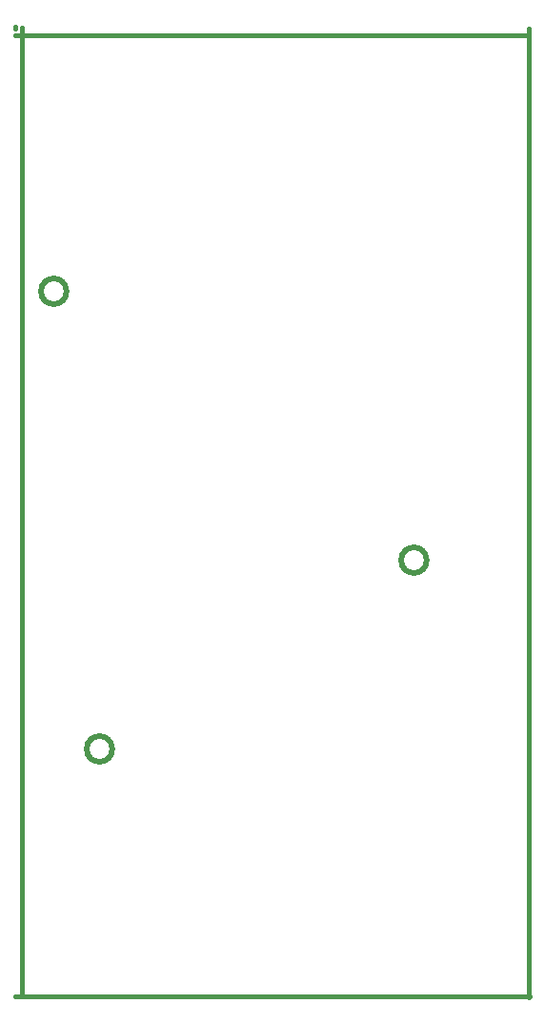
<source format=gbr>
G04 (created by PCBNEW (2013-07-07 BZR 4022)-stable) date 12/06/2018 18:13:56*
%MOIN*%
G04 Gerber Fmt 3.4, Leading zero omitted, Abs format*
%FSLAX34Y34*%
G01*
G70*
G90*
G04 APERTURE LIST*
%ADD10C,0.00590551*%
%ADD11C,0.018937*%
%ADD12C,0.015*%
G04 APERTURE END LIST*
G54D10*
G54D11*
X15047Y-19800D02*
G75*
G03X15047Y-19800I-447J0D01*
G74*
G01*
X16647Y-35800D02*
G75*
G03X16647Y-35800I-447J0D01*
G74*
G01*
X27647Y-29200D02*
G75*
G03X27647Y-29200I-447J0D01*
G74*
G01*
G54D12*
X13250Y-10600D02*
X13250Y-10550D01*
X31200Y-10850D02*
X13250Y-10850D01*
X13250Y-44450D02*
X31250Y-44450D01*
X31212Y-10629D02*
X31212Y-44488D01*
X13492Y-44438D02*
X13492Y-10579D01*
M02*

</source>
